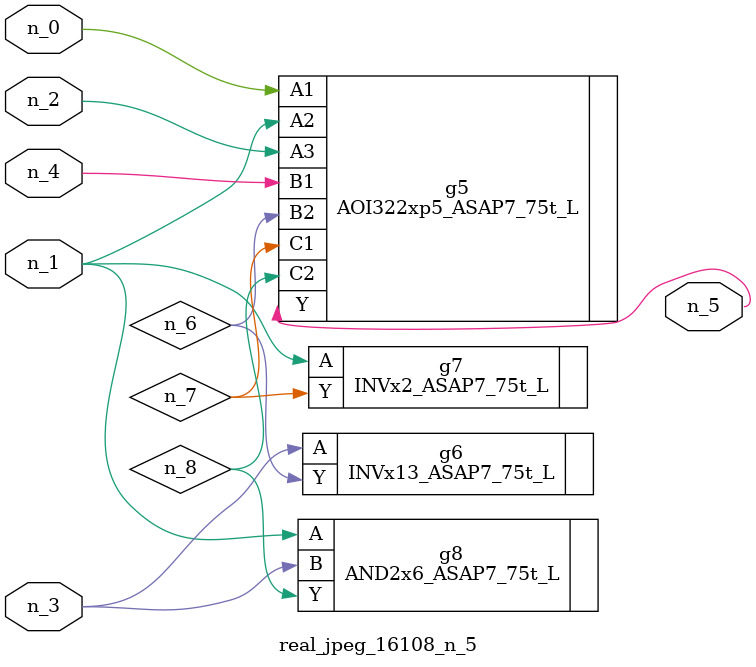
<source format=v>
module real_jpeg_16108_n_5 (n_4, n_0, n_1, n_2, n_3, n_5);

input n_4;
input n_0;
input n_1;
input n_2;
input n_3;

output n_5;

wire n_8;
wire n_6;
wire n_7;

AOI322xp5_ASAP7_75t_L g5 ( 
.A1(n_0),
.A2(n_1),
.A3(n_2),
.B1(n_4),
.B2(n_6),
.C1(n_7),
.C2(n_8),
.Y(n_5)
);

INVx2_ASAP7_75t_L g7 ( 
.A(n_1),
.Y(n_7)
);

AND2x6_ASAP7_75t_L g8 ( 
.A(n_1),
.B(n_3),
.Y(n_8)
);

INVx13_ASAP7_75t_L g6 ( 
.A(n_3),
.Y(n_6)
);


endmodule
</source>
